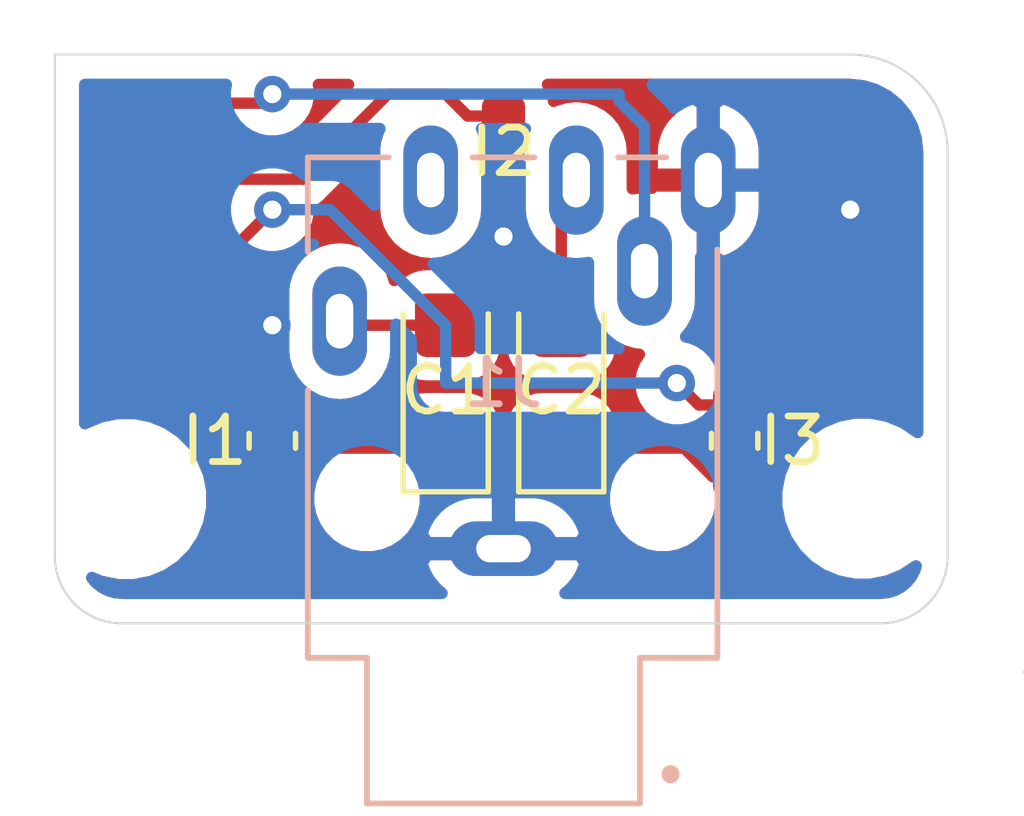
<source format=kicad_pcb>
(kicad_pcb (version 20171130) (host pcbnew "(5.1.10)-1")

  (general
    (thickness 1.6)
    (drawings 10)
    (tracks 38)
    (zones 0)
    (modules 12)
    (nets 3)
  )

  (page A4)
  (layers
    (0 F.Cu signal)
    (31 B.Cu signal)
    (32 B.Adhes user)
    (33 F.Adhes user)
    (34 B.Paste user)
    (35 F.Paste user)
    (36 B.SilkS user)
    (37 F.SilkS user)
    (38 B.Mask user)
    (39 F.Mask user)
    (40 Dwgs.User user)
    (41 Cmts.User user)
    (42 Eco1.User user)
    (43 Eco2.User user)
    (44 Edge.Cuts user)
    (45 Margin user)
    (46 B.CrtYd user)
    (47 F.CrtYd user)
    (48 B.Fab user hide)
    (49 F.Fab user hide)
  )

  (setup
    (last_trace_width 0.25)
    (trace_clearance 0.2)
    (zone_clearance 0.508)
    (zone_45_only no)
    (trace_min 0.2)
    (via_size 0.8)
    (via_drill 0.4)
    (via_min_size 0.4)
    (via_min_drill 0.3)
    (uvia_size 0.3)
    (uvia_drill 0.1)
    (uvias_allowed no)
    (uvia_min_size 0.2)
    (uvia_min_drill 0.1)
    (edge_width 0.05)
    (segment_width 0.2)
    (pcb_text_width 0.3)
    (pcb_text_size 1.5 1.5)
    (mod_edge_width 0.12)
    (mod_text_size 1 1)
    (mod_text_width 0.15)
    (pad_size 1 2)
    (pad_drill 0)
    (pad_to_mask_clearance 0.05)
    (aux_axis_origin 0 0)
    (grid_origin 104.14 52.07)
    (visible_elements 7FFFFFFF)
    (pcbplotparams
      (layerselection 0x3fff3_ffffffff)
      (usegerberextensions false)
      (usegerberattributes true)
      (usegerberadvancedattributes true)
      (creategerberjobfile true)
      (excludeedgelayer true)
      (linewidth 0.100000)
      (plotframeref false)
      (viasonmask false)
      (mode 1)
      (useauxorigin false)
      (hpglpennumber 1)
      (hpglpenspeed 20)
      (hpglpendiameter 15.000000)
      (psnegative false)
      (psa4output false)
      (plotreference true)
      (plotvalue true)
      (plotinvisibletext false)
      (padsonsilk false)
      (subtractmaskfromsilk false)
      (outputformat 1)
      (mirror false)
      (drillshape 0)
      (scaleselection 1)
      (outputdirectory "gerber_DMG_Audio/"))
  )

  (net 0 "")
  (net 1 /GND)
  (net 2 /PWR)

  (net_class Default "This is the default net class."
    (clearance 0.2)
    (trace_width 0.25)
    (via_dia 0.8)
    (via_drill 0.4)
    (uvia_dia 0.3)
    (uvia_drill 0.1)
    (add_net /GND)
    (add_net /PWR)
  )

  (net_class GND ""
    (clearance 0.2)
    (trace_width 0.25)
    (via_dia 0.8)
    (via_drill 0.4)
    (uvia_dia 0.3)
    (uvia_drill 0.1)
  )

  (module Connector_Wire:SolderWirePad_1x01_SMD_1x2mm (layer F.Cu) (tedit 60F5DB02) (tstamp 60F639DA)
    (at 110.49 57.15 90)
    (descr "Wire Pad, Square, SMD Pad,  5mm x 10mm,")
    (tags "MesurementPoint Square SMDPad 5mmx10mm ")
    (attr virtual)
    (fp_text reference REF** (at 0 -2.54 90) (layer F.SilkS) hide
      (effects (font (size 1 1) (thickness 0.15)))
    )
    (fp_text value SolderWirePad_1x01_SMD_1x2mm (at 0 2.54 90) (layer F.Fab)
      (effects (font (size 1 1) (thickness 0.15)))
    )
    (fp_line (start 0.63 -1.27) (end -0.63 -1.27) (layer F.CrtYd) (width 0.05))
    (fp_line (start 0.63 1.27) (end 0.63 -1.27) (layer F.CrtYd) (width 0.05))
    (fp_line (start -0.63 1.27) (end 0.63 1.27) (layer F.CrtYd) (width 0.05))
    (fp_line (start -0.63 -1.27) (end -0.63 1.27) (layer F.CrtYd) (width 0.05))
    (fp_line (start -0.63 -1.27) (end 0.63 -1.27) (layer F.Fab) (width 0.1))
    (fp_line (start 0.63 -1.27) (end 0.63 1.27) (layer F.Fab) (width 0.1))
    (fp_line (start 0.63 1.27) (end -0.63 1.27) (layer F.Fab) (width 0.1))
    (fp_line (start -0.63 1.27) (end -0.63 -1.27) (layer F.Fab) (width 0.1))
    (fp_text user %R (at 0 0 90) (layer F.Fab)
      (effects (font (size 1 1) (thickness 0.15)))
    )
    (pad 4 smd roundrect (at 0 0 90) (size 1 2) (layers F.Cu F.Paste F.Mask) (roundrect_rratio 0.25))
  )

  (module Connector_Wire:SolderWirePad_1x01_SMD_1x2mm (layer F.Cu) (tedit 60F5DAFC) (tstamp 60F63998)
    (at 110.49 55.5 90)
    (descr "Wire Pad, Square, SMD Pad,  5mm x 10mm,")
    (tags "MesurementPoint Square SMDPad 5mmx10mm ")
    (attr virtual)
    (fp_text reference REF** (at 0 -2.54 90) (layer F.SilkS) hide
      (effects (font (size 1 1) (thickness 0.15)))
    )
    (fp_text value SolderWirePad_1x01_SMD_1x2mm (at 0 2.54 90) (layer F.Fab)
      (effects (font (size 1 1) (thickness 0.15)))
    )
    (fp_line (start 0.63 -1.27) (end -0.63 -1.27) (layer F.CrtYd) (width 0.05))
    (fp_line (start 0.63 1.27) (end 0.63 -1.27) (layer F.CrtYd) (width 0.05))
    (fp_line (start -0.63 1.27) (end 0.63 1.27) (layer F.CrtYd) (width 0.05))
    (fp_line (start -0.63 -1.27) (end -0.63 1.27) (layer F.CrtYd) (width 0.05))
    (fp_line (start -0.63 -1.27) (end 0.63 -1.27) (layer F.Fab) (width 0.1))
    (fp_line (start 0.63 -1.27) (end 0.63 1.27) (layer F.Fab) (width 0.1))
    (fp_line (start 0.63 1.27) (end -0.63 1.27) (layer F.Fab) (width 0.1))
    (fp_line (start -0.63 1.27) (end -0.63 -1.27) (layer F.Fab) (width 0.1))
    (fp_text user %R (at 0 0 90) (layer F.Fab)
      (effects (font (size 1 1) (thickness 0.15)))
    )
    (pad 3 smd roundrect (at 0 0 90) (size 1 2) (layers F.Cu F.Paste F.Mask) (roundrect_rratio 0.25))
  )

  (module Connector_Wire:SolderWirePad_1x01_SMD_1x2mm (layer F.Cu) (tedit 60F5DAED) (tstamp 60F63956)
    (at 110.49 52.27 270)
    (descr "Wire Pad, Square, SMD Pad,  5mm x 10mm,")
    (tags "MesurementPoint Square SMDPad 5mmx10mm ")
    (attr virtual)
    (fp_text reference REF** (at 0 -2.54 90) (layer F.SilkS) hide
      (effects (font (size 1 1) (thickness 0.15)))
    )
    (fp_text value SolderWirePad_1x01_SMD_1x2mm (at 0 2.54 90) (layer F.Fab)
      (effects (font (size 1 1) (thickness 0.15)))
    )
    (fp_line (start 0.63 -1.27) (end -0.63 -1.27) (layer F.CrtYd) (width 0.05))
    (fp_line (start 0.63 1.27) (end 0.63 -1.27) (layer F.CrtYd) (width 0.05))
    (fp_line (start -0.63 1.27) (end 0.63 1.27) (layer F.CrtYd) (width 0.05))
    (fp_line (start -0.63 -1.27) (end -0.63 1.27) (layer F.CrtYd) (width 0.05))
    (fp_line (start -0.63 -1.27) (end 0.63 -1.27) (layer F.Fab) (width 0.1))
    (fp_line (start 0.63 -1.27) (end 0.63 1.27) (layer F.Fab) (width 0.1))
    (fp_line (start 0.63 1.27) (end -0.63 1.27) (layer F.Fab) (width 0.1))
    (fp_line (start -0.63 1.27) (end -0.63 -1.27) (layer F.Fab) (width 0.1))
    (fp_text user %R (at 0 0 90) (layer F.Fab)
      (effects (font (size 1 1) (thickness 0.15)))
    )
    (pad 1 smd roundrect (at 0 0 270) (size 1 2) (layers F.Cu F.Paste F.Mask) (roundrect_rratio 0.25)
      (net 2 /PWR))
  )

  (module Connector_Wire:SolderWirePad_1x01_SMD_1x2mm (layer F.Cu) (tedit 60F5DAF6) (tstamp 60F63914)
    (at 110.49 53.94 90)
    (descr "Wire Pad, Square, SMD Pad,  5mm x 10mm,")
    (tags "MesurementPoint Square SMDPad 5mmx10mm ")
    (attr virtual)
    (fp_text reference REF** (at 0 -2.54 90) (layer F.SilkS) hide
      (effects (font (size 1 1) (thickness 0.15)))
    )
    (fp_text value SolderWirePad_1x01_SMD_1x2mm (at 0 2.54 90) (layer F.Fab)
      (effects (font (size 1 1) (thickness 0.15)))
    )
    (fp_line (start 0.63 -1.27) (end -0.63 -1.27) (layer F.CrtYd) (width 0.05))
    (fp_line (start 0.63 1.27) (end 0.63 -1.27) (layer F.CrtYd) (width 0.05))
    (fp_line (start -0.63 1.27) (end 0.63 1.27) (layer F.CrtYd) (width 0.05))
    (fp_line (start -0.63 -1.27) (end -0.63 1.27) (layer F.CrtYd) (width 0.05))
    (fp_line (start -0.63 -1.27) (end 0.63 -1.27) (layer F.Fab) (width 0.1))
    (fp_line (start 0.63 -1.27) (end 0.63 1.27) (layer F.Fab) (width 0.1))
    (fp_line (start 0.63 1.27) (end -0.63 1.27) (layer F.Fab) (width 0.1))
    (fp_line (start -0.63 1.27) (end -0.63 -1.27) (layer F.Fab) (width 0.1))
    (fp_text user %R (at 0 0 90) (layer F.Fab)
      (effects (font (size 1 1) (thickness 0.15)))
    )
    (pad 2 smd roundrect (at 0 0 90) (size 1 2) (layers F.Cu F.Paste F.Mask) (roundrect_rratio 0.25))
  )

  (module ASJ-99H-R-HT-T_R:R (layer B.Cu) (tedit 60F5C18A) (tstamp 60F694F4)
    (at 118.11 60.96 90)
    (fp_text reference J1 (at 2.54 0 180) (layer B.SilkS)
      (effects (font (size 1 1) (thickness 0.15)) (justify mirror))
    )
    (fp_text value ADAM_TECH_ASJ-99H-R-HT-T/R (at 13.01 -5.915 90) (layer B.Fab)
      (effects (font (size 1 1) (thickness 0.15)) (justify mirror))
    )
    (fp_line (start 7.5 3.575) (end 7.5 2.52) (layer B.SilkS) (width 0.127))
    (fp_line (start 7.5 -4.3) (end 7.5 -2.52) (layer B.SilkS) (width 0.127))
    (fp_line (start 5.42 -4.3) (end 7.5 -4.3) (layer B.SilkS) (width 0.127))
    (fp_line (start 8.45 5.35) (end -3.75 5.35) (layer B.CrtYd) (width 0.05))
    (fp_line (start 8.45 -4.55) (end 8.45 5.35) (layer B.CrtYd) (width 0.05))
    (fp_line (start -3.75 -4.55) (end 8.45 -4.55) (layer B.CrtYd) (width 0.05))
    (fp_line (start -3.75 -3.25) (end -3.75 -4.55) (layer B.CrtYd) (width 0.05))
    (fp_line (start -6.95 -3.25) (end -3.75 -3.25) (layer B.CrtYd) (width 0.05))
    (fp_line (start -6.95 3.25) (end -6.95 -3.25) (layer B.CrtYd) (width 0.05))
    (fp_line (start -3.75 3.25) (end -6.95 3.25) (layer B.CrtYd) (width 0.05))
    (fp_line (start -3.75 5.35) (end -3.75 3.25) (layer B.CrtYd) (width 0.05))
    (fp_line (start -6.7 3) (end -3.5 3) (layer B.Fab) (width 0.127))
    (fp_line (start -6.7 -3) (end -6.7 3) (layer B.SilkS) (width 0.127))
    (fp_line (start -3.5 -3) (end -6.7 -3) (layer B.SilkS) (width 0.127))
    (fp_line (start -3.5 -4.3) (end -3.5 -3) (layer B.SilkS) (width 0.127))
    (fp_line (start 2.38 -4.3) (end -3.5 -4.3) (layer B.SilkS) (width 0.127))
    (fp_line (start 7.5 0.68) (end 7.5 -0.68) (layer B.SilkS) (width 0.127))
    (fp_line (start -3.5 4.7) (end 5.475 4.7) (layer B.SilkS) (width 0.127))
    (fp_line (start -3.5 3) (end -3.5 4.7) (layer B.SilkS) (width 0.127))
    (fp_line (start -6.7 3) (end -3.5 3) (layer B.SilkS) (width 0.127))
    (fp_line (start -6.7 -3) (end -3.5 -3) (layer B.Fab) (width 0.127))
    (fp_line (start -6.7 3) (end -6.7 -3) (layer B.Fab) (width 0.127))
    (fp_circle (center -6.0574 3.6698) (end -5.9574 3.6698) (layer B.Fab) (width 0.2))
    (fp_circle (center -6.0574 3.6698) (end -5.9574 3.6698) (layer B.SilkS) (width 0.2))
    (fp_line (start 7.5 -4.3) (end -3.5 -4.3) (layer B.Fab) (width 0.127))
    (fp_line (start -3.5 -3) (end -3.5 -4.3) (layer B.Fab) (width 0.127))
    (fp_line (start -3.5 -2.25) (end -3.5 -3) (layer B.Fab) (width 0.127))
    (fp_line (start -2.9 -2.25) (end -3.5 -2.25) (layer B.Fab) (width 0.127))
    (fp_line (start -2.9 2.25) (end -2.9 -2.25) (layer B.Fab) (width 0.127))
    (fp_line (start -3.5 2.25) (end -2.9 2.25) (layer B.Fab) (width 0.127))
    (fp_line (start -3.5 3) (end -3.5 2.25) (layer B.Fab) (width 0.127))
    (fp_line (start -3.5 4.7) (end -3.5 3) (layer B.Fab) (width 0.127))
    (fp_line (start 7.5 4.7) (end 7.5 -4.3) (layer B.Fab) (width 0.127))
    (fp_line (start -3.5 4.7) (end 7.5 4.7) (layer B.Fab) (width 0.127))
    (pad 5 thru_hole oval (at 7 4.5 90) (size 2.4 1.2) (drill oval 1.2 0.6) (layers *.Cu *.Mask)
      (net 1 /GND))
    (pad 4 thru_hole oval (at 5 3.1 90) (size 2.4 1.2) (drill oval 1.2 0.6) (layers *.Cu *.Mask)
      (net 2 /PWR))
    (pad 3 thru_hole oval (at 7 1.6 90) (size 2.4 1.2) (drill oval 1.2 0.6) (layers *.Cu *.Mask))
    (pad 6 thru_hole oval (at 7 -1.6 90) (size 2.4 1.2) (drill oval 1.2 0.6) (layers *.Cu *.Mask))
    (pad 2 thru_hole oval (at 3.9 -3.6 90) (size 2.4 1.2) (drill oval 1.2 0.6) (layers *.Cu *.Mask))
    (pad None np_thru_hole circle (at 0 -3 90) (size 1.3 1.3) (drill 1.3) (layers *.Cu *.Mask))
    (pad None np_thru_hole circle (at 0 3.5 90) (size 1.3 1.3) (drill 1.3) (layers *.Cu *.Mask))
    (pad 1 thru_hole oval (at -1.1 0 90) (size 1.2 2.4) (drill oval 0.6 1.2) (layers *.Cu *.Mask)
      (net 1 /GND))
  )

  (module Inductor_SMD:L_0603_1608Metric (layer F.Cu) (tedit 5B301BBE) (tstamp 5F648A4B)
    (at 118.11 53.34 270)
    (descr "Inductor SMD 0603 (1608 Metric), square (rectangular) end terminal, IPC_7351 nominal, (Body size source: http://www.tortai-tech.com/upload/download/2011102023233369053.pdf), generated with kicad-footprint-generator")
    (tags inductor)
    (attr smd)
    (fp_text reference I2 (at 0 0) (layer F.SilkS)
      (effects (font (size 1 1) (thickness 0.15)))
    )
    (fp_text value L_0603_1608Metric (at 0 1.43 90) (layer F.Fab)
      (effects (font (size 1 1) (thickness 0.15)))
    )
    (fp_line (start -0.8 0.4) (end -0.8 -0.4) (layer F.Fab) (width 0.1))
    (fp_line (start -0.8 -0.4) (end 0.8 -0.4) (layer F.Fab) (width 0.1))
    (fp_line (start 0.8 -0.4) (end 0.8 0.4) (layer F.Fab) (width 0.1))
    (fp_line (start 0.8 0.4) (end -0.8 0.4) (layer F.Fab) (width 0.1))
    (fp_line (start -0.162779 -0.51) (end 0.162779 -0.51) (layer F.SilkS) (width 0.12))
    (fp_line (start -0.162779 0.51) (end 0.162779 0.51) (layer F.SilkS) (width 0.12))
    (fp_line (start -1.48 0.73) (end -1.48 -0.73) (layer F.CrtYd) (width 0.05))
    (fp_line (start -1.48 -0.73) (end 1.48 -0.73) (layer F.CrtYd) (width 0.05))
    (fp_line (start 1.48 -0.73) (end 1.48 0.73) (layer F.CrtYd) (width 0.05))
    (fp_line (start 1.48 0.73) (end -1.48 0.73) (layer F.CrtYd) (width 0.05))
    (fp_text user %R (at 0 0 90) (layer F.Fab)
      (effects (font (size 0.4 0.4) (thickness 0.06)))
    )
    (pad 1 smd roundrect (at -0.7875 0 270) (size 0.875 0.95) (layers F.Cu F.Paste F.Mask) (roundrect_rratio 0.25))
    (pad 2 smd roundrect (at 0.7875 0 270) (size 0.875 0.95) (layers F.Cu F.Paste F.Mask) (roundrect_rratio 0.25)
      (net 1 /GND))
    (model ${KISYS3DMOD}/Inductor_SMD.3dshapes/L_0603_1608Metric.wrl
      (at (xyz 0 0 0))
      (scale (xyz 1 1 1))
      (rotate (xyz 0 0 0))
    )
  )

  (module MountingHole:MountingHole_2.5mm (layer F.Cu) (tedit 56D1B4CB) (tstamp 5F650AA0)
    (at 126 60.96)
    (descr "Mounting Hole 2.5mm, no annular")
    (tags "mounting hole 2.5mm no annular")
    (attr virtual)
    (fp_text reference M2 (at 2.54 2.54) (layer F.SilkS) hide
      (effects (font (size 1 1) (thickness 0.15)))
    )
    (fp_text value MountingHole_2.5mm (at 0 3.5) (layer F.Fab)
      (effects (font (size 1 1) (thickness 0.15)))
    )
    (fp_circle (center 0 0) (end 2.5 0) (layer Cmts.User) (width 0.15))
    (fp_circle (center 0 0) (end 2.75 0) (layer F.CrtYd) (width 0.05))
    (fp_text user %R (at 0.3 0) (layer F.Fab)
      (effects (font (size 1 1) (thickness 0.15)))
    )
    (pad 1 np_thru_hole circle (at 0 0) (size 2.5 2.5) (drill 2.5) (layers *.Cu *.Mask))
  )

  (module Capacitor_Tantalum_SMD:CP_EIA-3216-10_Kemet-I (layer F.Cu) (tedit 5B301BBE) (tstamp 5F6503BA)
    (at 119.38 58.5 90)
    (descr "Tantalum Capacitor SMD Kemet-I (3216-10 Metric), IPC_7351 nominal, (Body size from: http://www.kemet.com/Lists/ProductCatalog/Attachments/253/KEM_TC101_STD.pdf), generated with kicad-footprint-generator")
    (tags "capacitor tantalum")
    (attr smd)
    (fp_text reference C2 (at -0.08 0) (layer F.SilkS)
      (effects (font (size 1 1) (thickness 0.15)))
    )
    (fp_text value CP_EIA-3216-10_Kemet-I (at 0 1.75 90) (layer F.Fab)
      (effects (font (size 1 1) (thickness 0.15)))
    )
    (fp_line (start 1.6 -0.8) (end -1.2 -0.8) (layer F.Fab) (width 0.1))
    (fp_line (start -1.2 -0.8) (end -1.6 -0.4) (layer F.Fab) (width 0.1))
    (fp_line (start -1.6 -0.4) (end -1.6 0.8) (layer F.Fab) (width 0.1))
    (fp_line (start -1.6 0.8) (end 1.6 0.8) (layer F.Fab) (width 0.1))
    (fp_line (start 1.6 0.8) (end 1.6 -0.8) (layer F.Fab) (width 0.1))
    (fp_line (start 1.6 -0.935) (end -2.31 -0.935) (layer F.SilkS) (width 0.12))
    (fp_line (start -2.31 -0.935) (end -2.31 0.935) (layer F.SilkS) (width 0.12))
    (fp_line (start -2.31 0.935) (end 1.6 0.935) (layer F.SilkS) (width 0.12))
    (fp_line (start -2.3 1.05) (end -2.3 -1.05) (layer F.CrtYd) (width 0.05))
    (fp_line (start -2.3 -1.05) (end 2.3 -1.05) (layer F.CrtYd) (width 0.05))
    (fp_line (start 2.3 -1.05) (end 2.3 1.05) (layer F.CrtYd) (width 0.05))
    (fp_line (start 2.3 1.05) (end -2.3 1.05) (layer F.CrtYd) (width 0.05))
    (fp_text user %R (at 0 0 90) (layer F.Fab)
      (effects (font (size 0.8 0.8) (thickness 0.12)))
    )
    (pad 1 smd roundrect (at -1.35 0 90) (size 1.4 1.35) (layers F.Cu F.Paste F.Mask) (roundrect_rratio 0.185185))
    (pad 2 smd roundrect (at 1.35 0 90) (size 1.4 1.35) (layers F.Cu F.Paste F.Mask) (roundrect_rratio 0.185185))
    (model ${KISYS3DMOD}/Capacitor_Tantalum_SMD.3dshapes/CP_EIA-3216-10_Kemet-I.wrl
      (at (xyz 0 0 0))
      (scale (xyz 1 1 1))
      (rotate (xyz 0 0 0))
    )
  )

  (module Capacitor_Tantalum_SMD:CP_EIA-3216-10_Kemet-I (layer F.Cu) (tedit 5B301BBE) (tstamp 5F650236)
    (at 116.84 58.5 90)
    (descr "Tantalum Capacitor SMD Kemet-I (3216-10 Metric), IPC_7351 nominal, (Body size from: http://www.kemet.com/Lists/ProductCatalog/Attachments/253/KEM_TC101_STD.pdf), generated with kicad-footprint-generator")
    (tags "capacitor tantalum")
    (attr smd)
    (fp_text reference C1 (at -0.08 0) (layer F.SilkS)
      (effects (font (size 1 1) (thickness 0.15)))
    )
    (fp_text value CP_EIA-3216-10_Kemet-I (at 0 6.35 90) (layer F.Fab)
      (effects (font (size 1 1) (thickness 0.15)))
    )
    (fp_line (start 1.6 -0.8) (end -1.2 -0.8) (layer F.Fab) (width 0.1))
    (fp_line (start -1.2 -0.8) (end -1.6 -0.4) (layer F.Fab) (width 0.1))
    (fp_line (start -1.6 -0.4) (end -1.6 0.8) (layer F.Fab) (width 0.1))
    (fp_line (start -1.6 0.8) (end 1.6 0.8) (layer F.Fab) (width 0.1))
    (fp_line (start 1.6 0.8) (end 1.6 -0.8) (layer F.Fab) (width 0.1))
    (fp_line (start 1.6 -0.935) (end -2.31 -0.935) (layer F.SilkS) (width 0.12))
    (fp_line (start -2.31 -0.935) (end -2.31 0.935) (layer F.SilkS) (width 0.12))
    (fp_line (start -2.31 0.935) (end 1.6 0.935) (layer F.SilkS) (width 0.12))
    (fp_line (start -2.3 1.05) (end -2.3 -1.05) (layer F.CrtYd) (width 0.05))
    (fp_line (start -2.3 -1.05) (end 2.3 -1.05) (layer F.CrtYd) (width 0.05))
    (fp_line (start 2.3 -1.05) (end 2.3 1.05) (layer F.CrtYd) (width 0.05))
    (fp_line (start 2.3 1.05) (end -2.3 1.05) (layer F.CrtYd) (width 0.05))
    (fp_text user %R (at 0 0 90) (layer F.Fab)
      (effects (font (size 0.8 0.8) (thickness 0.12)))
    )
    (pad 2 smd roundrect (at 1.35 0 90) (size 1.4 1.35) (layers F.Cu F.Paste F.Mask) (roundrect_rratio 0.185185))
    (pad 1 smd roundrect (at -1.35 0 90) (size 1.4 1.35) (layers F.Cu F.Paste F.Mask) (roundrect_rratio 0.185185))
    (model ${KISYS3DMOD}/Capacitor_Tantalum_SMD.3dshapes/CP_EIA-3216-10_Kemet-I.wrl
      (at (xyz 0 0 0))
      (scale (xyz 1 1 1))
      (rotate (xyz 0 0 0))
    )
  )

  (module MountingHole:MountingHole_2.5mm (layer F.Cu) (tedit 56D1B4CB) (tstamp 5F650A7C)
    (at 109.82 60.97)
    (descr "Mounting Hole 2.5mm, no annular")
    (tags "mounting hole 2.5mm no annular")
    (attr virtual)
    (fp_text reference M1 (at -2.54 2.54) (layer F.SilkS) hide
      (effects (font (size 1 1) (thickness 0.15)))
    )
    (fp_text value MountingHole_2.5mm (at 0 3.5) (layer F.Fab)
      (effects (font (size 1 1) (thickness 0.15)))
    )
    (fp_circle (center 0 0) (end 2.5 0) (layer Cmts.User) (width 0.15))
    (fp_circle (center 0 0) (end 2.75 0) (layer F.CrtYd) (width 0.05))
    (fp_text user %R (at 0.3 0) (layer F.Fab)
      (effects (font (size 1 1) (thickness 0.15)))
    )
    (pad 1 np_thru_hole circle (at 0 0) (size 2.5 2.5) (drill 2.5) (layers *.Cu *.Mask))
  )

  (module Inductor_SMD:L_0603_1608Metric (layer F.Cu) (tedit 5B301BBE) (tstamp 5F64E89F)
    (at 123.19 59.69 90)
    (descr "Inductor SMD 0603 (1608 Metric), square (rectangular) end terminal, IPC_7351 nominal, (Body size source: http://www.tortai-tech.com/upload/download/2011102023233369053.pdf), generated with kicad-footprint-generator")
    (tags inductor)
    (attr smd)
    (fp_text reference I3 (at 0 1.27 180) (layer F.SilkS)
      (effects (font (size 1 1) (thickness 0.15)))
    )
    (fp_text value L_0603_1608Metric (at 0 1.43 270) (layer F.Fab)
      (effects (font (size 1 1) (thickness 0.15)))
    )
    (fp_line (start 1.48 0.73) (end -1.48 0.73) (layer F.CrtYd) (width 0.05))
    (fp_line (start 1.48 -0.73) (end 1.48 0.73) (layer F.CrtYd) (width 0.05))
    (fp_line (start -1.48 -0.73) (end 1.48 -0.73) (layer F.CrtYd) (width 0.05))
    (fp_line (start -1.48 0.73) (end -1.48 -0.73) (layer F.CrtYd) (width 0.05))
    (fp_line (start -0.162779 0.51) (end 0.162779 0.51) (layer F.SilkS) (width 0.12))
    (fp_line (start -0.162779 -0.51) (end 0.162779 -0.51) (layer F.SilkS) (width 0.12))
    (fp_line (start 0.8 0.4) (end -0.8 0.4) (layer F.Fab) (width 0.1))
    (fp_line (start 0.8 -0.4) (end 0.8 0.4) (layer F.Fab) (width 0.1))
    (fp_line (start -0.8 -0.4) (end 0.8 -0.4) (layer F.Fab) (width 0.1))
    (fp_line (start -0.8 0.4) (end -0.8 -0.4) (layer F.Fab) (width 0.1))
    (fp_text user %R (at 0 0 270) (layer F.Fab)
      (effects (font (size 0.4 0.4) (thickness 0.06)))
    )
    (pad 1 smd roundrect (at -0.7875 0 90) (size 0.875 0.95) (layers F.Cu F.Paste F.Mask) (roundrect_rratio 0.25))
    (pad 2 smd roundrect (at 0.7875 0 90) (size 0.875 0.95) (layers F.Cu F.Paste F.Mask) (roundrect_rratio 0.25))
    (model ${KISYS3DMOD}/Inductor_SMD.3dshapes/L_0603_1608Metric.wrl
      (at (xyz 0 0 0))
      (scale (xyz 1 1 1))
      (rotate (xyz 0 0 0))
    )
  )

  (module Inductor_SMD:L_0603_1608Metric (layer F.Cu) (tedit 5B301BBE) (tstamp 5F6489FA)
    (at 113.03 59.69 270)
    (descr "Inductor SMD 0603 (1608 Metric), square (rectangular) end terminal, IPC_7351 nominal, (Body size source: http://www.tortai-tech.com/upload/download/2011102023233369053.pdf), generated with kicad-footprint-generator")
    (tags inductor)
    (attr smd)
    (fp_text reference I1 (at 0 1.27) (layer F.SilkS)
      (effects (font (size 1 1) (thickness 0.15)))
    )
    (fp_text value L_0603_1608Metric (at 0 1.43 90) (layer F.Fab)
      (effects (font (size 1 1) (thickness 0.15)))
    )
    (fp_line (start 1.48 0.73) (end -1.48 0.73) (layer F.CrtYd) (width 0.05))
    (fp_line (start 1.48 -0.73) (end 1.48 0.73) (layer F.CrtYd) (width 0.05))
    (fp_line (start -1.48 -0.73) (end 1.48 -0.73) (layer F.CrtYd) (width 0.05))
    (fp_line (start -1.48 0.73) (end -1.48 -0.73) (layer F.CrtYd) (width 0.05))
    (fp_line (start -0.162779 0.51) (end 0.162779 0.51) (layer F.SilkS) (width 0.12))
    (fp_line (start -0.162779 -0.51) (end 0.162779 -0.51) (layer F.SilkS) (width 0.12))
    (fp_line (start 0.8 0.4) (end -0.8 0.4) (layer F.Fab) (width 0.1))
    (fp_line (start 0.8 -0.4) (end 0.8 0.4) (layer F.Fab) (width 0.1))
    (fp_line (start -0.8 -0.4) (end 0.8 -0.4) (layer F.Fab) (width 0.1))
    (fp_line (start -0.8 0.4) (end -0.8 -0.4) (layer F.Fab) (width 0.1))
    (fp_text user %R (at 0 0 90) (layer F.Fab)
      (effects (font (size 0.4 0.4) (thickness 0.06)))
    )
    (pad 2 smd roundrect (at 0.7875 0 270) (size 0.875 0.95) (layers F.Cu F.Paste F.Mask) (roundrect_rratio 0.25))
    (pad 1 smd roundrect (at -0.7875 0 270) (size 0.875 0.95) (layers F.Cu F.Paste F.Mask) (roundrect_rratio 0.25))
    (model ${KISYS3DMOD}/Inductor_SMD.3dshapes/L_0603_1608Metric.wrl
      (at (xyz 0 0 0))
      (scale (xyz 1 1 1))
      (rotate (xyz 0 0 0))
    )
  )

  (gr_text "By Z Ali" (at 125.93 55.38 90) (layer F.Mask)
    (effects (font (size 0.7 0.7) (thickness 0.15) italic))
  )
  (gr_arc (start 125.73 53.34) (end 127.87 53.34) (angle -90) (layer Edge.Cuts) (width 0.05))
  (gr_arc (start 126.4 62.23) (end 126.4 63.7) (angle -90) (layer Edge.Cuts) (width 0.05) (tstamp 5F919856))
  (gr_arc (start 109.72 62.23) (end 109.72 63.7) (angle 90) (layer Edge.Cuts) (width 0.05))
  (gr_text "DMG Audio" (at 124.76 55.38 90) (layer F.Mask)
    (effects (font (size 0.7 0.7) (thickness 0.15)))
  )
  (gr_line (start 108.25 62.23) (end 108.25 51.2) (layer Edge.Cuts) (width 0.05) (tstamp 5F7508E0))
  (gr_line (start 126.4 63.7) (end 109.72 63.7) (layer Edge.Cuts) (width 0.05))
  (gr_line (start 127.87 53.34) (end 127.87 62.23) (layer Edge.Cuts) (width 0.05))
  (gr_line (start 108.25 51.2) (end 125.73 51.2) (layer Edge.Cuts) (width 0.05))
  (gr_line (start 129.54 64.77) (end 129.54 64.77) (layer Edge.Cuts) (width 0.05))

  (segment (start 113.03 60.4775) (end 113.5125 60.4775) (width 0.25) (layer F.Cu) (net 0))
  (segment (start 114.14 59.85) (end 116.84 59.85) (width 0.25) (layer F.Cu) (net 0))
  (segment (start 113.5125 60.4775) (end 114.14 59.85) (width 0.25) (layer F.Cu) (net 0))
  (segment (start 123.19 60.4775) (end 122.7075 60.4775) (width 0.25) (layer F.Cu) (net 0))
  (segment (start 122.08 59.85) (end 119.38 59.85) (width 0.25) (layer F.Cu) (net 0))
  (segment (start 122.7075 60.4775) (end 122.08 59.85) (width 0.25) (layer F.Cu) (net 0))
  (segment (start 114.6 57.15) (end 114.51 57.06) (width 0.25) (layer F.Cu) (net 0))
  (segment (start 116.84 57.15) (end 114.6 57.15) (width 0.25) (layer F.Cu) (net 0))
  (segment (start 119.38 54.29) (end 119.71 53.96) (width 0.25) (layer F.Cu) (net 0))
  (segment (start 119.38 57.15) (end 119.38 54.29) (width 0.25) (layer F.Cu) (net 0))
  (segment (start 112.2425 58.9025) (end 110.49 57.15) (width 0.25) (layer F.Cu) (net 0))
  (segment (start 113.03 58.9025) (end 112.2425 58.9025) (width 0.25) (layer F.Cu) (net 0))
  (segment (start 118.11 52.5525) (end 117.3225 52.5525) (width 0.25) (layer F.Cu) (net 0))
  (segment (start 117.3225 52.5525) (end 116.84 52.07) (width 0.25) (layer F.Cu) (net 0))
  (segment (start 116.84 52.07) (end 115.57 52.07) (width 0.25) (layer F.Cu) (net 0))
  (segment (start 113.7 53.94) (end 110.49 53.94) (width 0.25) (layer F.Cu) (net 0))
  (segment (start 115.57 52.07) (end 113.7 53.94) (width 0.25) (layer F.Cu) (net 0))
  (via (at 121.92 58.42) (size 0.8) (drill 0.4) (layers F.Cu B.Cu) (net 0))
  (segment (start 122.4025 58.9025) (end 121.92 58.42) (width 0.25) (layer F.Cu) (net 0))
  (segment (start 123.19 58.9025) (end 122.4025 58.9025) (width 0.25) (layer F.Cu) (net 0))
  (segment (start 121.92 58.42) (end 116.84 58.42) (width 0.25) (layer B.Cu) (net 0))
  (segment (start 116.84 58.42) (end 116.84 57.15) (width 0.25) (layer B.Cu) (net 0))
  (via (at 113.03 54.61) (size 0.8) (drill 0.4) (layers F.Cu B.Cu) (net 0))
  (segment (start 114.3 54.61) (end 113.03 54.61) (width 0.25) (layer B.Cu) (net 0))
  (segment (start 116.84 57.15) (end 114.3 54.61) (width 0.25) (layer B.Cu) (net 0))
  (segment (start 113.03 54.61) (end 111.76 55.88) (width 0.25) (layer F.Cu) (net 0))
  (segment (start 111.38 55.5) (end 110.49 55.5) (width 0.25) (layer F.Cu) (net 0))
  (segment (start 111.76 55.88) (end 111.38 55.5) (width 0.25) (layer F.Cu) (net 0))
  (via (at 118.11 55.2) (size 0.8) (drill 0.4) (layers F.Cu B.Cu) (net 1))
  (via (at 125.73 54.61) (size 0.8) (drill 0.4) (layers F.Cu B.Cu) (net 1))
  (via (at 113.03 57.15) (size 0.8) (drill 0.4) (layers F.Cu B.Cu) (net 1))
  (via (at 113.03 52.07) (size 0.8) (drill 0.4) (layers F.Cu B.Cu) (net 2))
  (segment (start 112.83 52.27) (end 113.03 52.07) (width 0.25) (layer F.Cu) (net 2))
  (segment (start 110.49 52.27) (end 112.83 52.27) (width 0.25) (layer F.Cu) (net 2))
  (segment (start 113.03 52.07) (end 120.65 52.07) (width 0.25) (layer B.Cu) (net 2))
  (segment (start 121.21 55.96) (end 121.21 52.78) (width 0.25) (layer B.Cu) (net 2))
  (segment (start 120.65 52.22) (end 120.65 52.07) (width 0.25) (layer B.Cu) (net 2))
  (segment (start 121.21 52.78) (end 120.65 52.22) (width 0.25) (layer B.Cu) (net 2))

  (zone (net 1) (net_name /GND) (layer F.Cu) (tstamp 0) (hatch edge 0.508)
    (connect_pads (clearance 0.508))
    (min_thickness 0.254)
    (fill yes (arc_segments 32) (thermal_gap 0.508) (thermal_bridge_width 0.508))
    (polygon
      (pts
        (xy 128.27 64.77) (xy 107.95 64.77) (xy 107.95 50.8) (xy 128.27 50.8)
      )
    )
    (filled_polygon
      (pts
        (xy 108.919528 57.73985) (xy 109.001595 57.893386) (xy 109.112038 58.027962) (xy 109.246614 58.138405) (xy 109.40015 58.220472)
        (xy 109.566746 58.271008) (xy 109.74 58.288072) (xy 110.553271 58.288072) (xy 111.678701 59.413503) (xy 111.702499 59.442501)
        (xy 111.818224 59.537474) (xy 111.950253 59.608046) (xy 112.093514 59.651503) (xy 112.106916 59.652823) (xy 112.137426 59.69)
        (xy 112.061329 59.782725) (xy 111.98215 59.930858) (xy 111.933392 60.091592) (xy 111.916928 60.25875) (xy 111.916928 60.69625)
        (xy 111.933392 60.863408) (xy 111.98215 61.024142) (xy 112.061329 61.172275) (xy 112.167885 61.302115) (xy 112.297725 61.408671)
        (xy 112.445858 61.48785) (xy 112.606592 61.536608) (xy 112.77375 61.553072) (xy 113.28625 61.553072) (xy 113.453408 61.536608)
        (xy 113.614142 61.48785) (xy 113.762275 61.408671) (xy 113.871277 61.319216) (xy 113.874381 61.334821) (xy 113.971247 61.568676)
        (xy 114.111875 61.77914) (xy 114.29086 61.958125) (xy 114.501324 62.098753) (xy 114.735179 62.195619) (xy 114.983439 62.245)
        (xy 115.236561 62.245) (xy 115.484821 62.195619) (xy 115.718676 62.098753) (xy 115.92914 61.958125) (xy 116.108125 61.77914)
        (xy 116.248753 61.568676) (xy 116.345619 61.334821) (xy 116.375581 61.18419) (xy 116.414999 61.188072) (xy 116.634619 61.188072)
        (xy 116.546922 61.276526) (xy 116.412579 61.479467) (xy 116.320409 61.704718) (xy 116.316538 61.742391) (xy 116.441269 61.933)
        (xy 117.983 61.933) (xy 117.983 60.825) (xy 117.977461 60.825) (xy 118.003405 60.793387) (xy 118.085472 60.639851)
        (xy 118.11 60.558992) (xy 118.134528 60.639851) (xy 118.216595 60.793387) (xy 118.242539 60.825) (xy 118.237 60.825)
        (xy 118.237 61.933) (xy 119.778731 61.933) (xy 119.903462 61.742391) (xy 119.899591 61.704718) (xy 119.807421 61.479467)
        (xy 119.673078 61.276526) (xy 119.585381 61.188072) (xy 119.805001 61.188072) (xy 119.978255 61.171008) (xy 120.144851 61.120472)
        (xy 120.298387 61.038405) (xy 120.325 61.016564) (xy 120.325 61.086561) (xy 120.374381 61.334821) (xy 120.471247 61.568676)
        (xy 120.611875 61.77914) (xy 120.79086 61.958125) (xy 121.001324 62.098753) (xy 121.235179 62.195619) (xy 121.483439 62.245)
        (xy 121.736561 62.245) (xy 121.984821 62.195619) (xy 122.218676 62.098753) (xy 122.42914 61.958125) (xy 122.608125 61.77914)
        (xy 122.748753 61.568676) (xy 122.762545 61.53538) (xy 122.766592 61.536608) (xy 122.93375 61.553072) (xy 123.44625 61.553072)
        (xy 123.613408 61.536608) (xy 123.774142 61.48785) (xy 123.922275 61.408671) (xy 124.052115 61.302115) (xy 124.127782 61.209914)
        (xy 124.187439 61.509834) (xy 124.329534 61.852882) (xy 124.535825 62.161618) (xy 124.798382 62.424175) (xy 125.107118 62.630466)
        (xy 125.450166 62.772561) (xy 125.814344 62.845) (xy 126.185656 62.845) (xy 126.549834 62.772561) (xy 126.892882 62.630466)
        (xy 127.174736 62.442137) (xy 127.145956 62.537461) (xy 127.072031 62.676494) (xy 126.972506 62.798524) (xy 126.851179 62.898895)
        (xy 126.712659 62.973793) (xy 126.562238 63.020355) (xy 126.375328 63.04) (xy 119.466594 63.04) (xy 119.501725 63.016307)
        (xy 119.673078 62.843474) (xy 119.807421 62.640533) (xy 119.899591 62.415282) (xy 119.903462 62.377609) (xy 119.778731 62.187)
        (xy 118.237 62.187) (xy 118.237 62.207) (xy 117.983 62.207) (xy 117.983 62.187) (xy 116.441269 62.187)
        (xy 116.316538 62.377609) (xy 116.320409 62.415282) (xy 116.412579 62.640533) (xy 116.546922 62.843474) (xy 116.718275 63.016307)
        (xy 116.753406 63.04) (xy 109.752279 63.04) (xy 109.563285 63.021469) (xy 109.412539 62.975956) (xy 109.273506 62.902031)
        (xy 109.151476 62.802506) (xy 109.064501 62.697372) (xy 109.270166 62.782561) (xy 109.634344 62.855) (xy 110.005656 62.855)
        (xy 110.369834 62.782561) (xy 110.712882 62.640466) (xy 111.021618 62.434175) (xy 111.284175 62.171618) (xy 111.490466 61.862882)
        (xy 111.632561 61.519834) (xy 111.705 61.155656) (xy 111.705 60.784344) (xy 111.632561 60.420166) (xy 111.490466 60.077118)
        (xy 111.284175 59.768382) (xy 111.021618 59.505825) (xy 110.712882 59.299534) (xy 110.369834 59.157439) (xy 110.005656 59.085)
        (xy 109.634344 59.085) (xy 109.270166 59.157439) (xy 108.927118 59.299534) (xy 108.91 59.310972) (xy 108.91 57.70844)
      )
    )
    (filled_polygon
      (pts
        (xy 126.016853 51.891291) (xy 126.292775 51.974596) (xy 126.547271 52.109915) (xy 126.770628 52.292081) (xy 126.954352 52.514166)
        (xy 127.091439 52.767702) (xy 127.176672 53.043044) (xy 127.21 53.36014) (xy 127.210001 59.504208) (xy 127.201618 59.495825)
        (xy 126.892882 59.289534) (xy 126.549834 59.147439) (xy 126.185656 59.075) (xy 125.814344 59.075) (xy 125.450166 59.147439)
        (xy 125.107118 59.289534) (xy 124.798382 59.495825) (xy 124.535825 59.758382) (xy 124.329534 60.067118) (xy 124.292907 60.155544)
        (xy 124.286608 60.091592) (xy 124.23785 59.930858) (xy 124.158671 59.782725) (xy 124.082574 59.69) (xy 124.158671 59.597275)
        (xy 124.23785 59.449142) (xy 124.286608 59.288408) (xy 124.303072 59.12125) (xy 124.303072 58.68375) (xy 124.286608 58.516592)
        (xy 124.23785 58.355858) (xy 124.158671 58.207725) (xy 124.052115 58.077885) (xy 123.922275 57.971329) (xy 123.774142 57.89215)
        (xy 123.613408 57.843392) (xy 123.44625 57.826928) (xy 122.93375 57.826928) (xy 122.778709 57.842199) (xy 122.723937 57.760226)
        (xy 122.579774 57.616063) (xy 122.410256 57.502795) (xy 122.221898 57.424774) (xy 122.115342 57.403579) (xy 122.241833 57.249449)
        (xy 122.356511 57.034901) (xy 122.42713 56.802102) (xy 122.445 56.620665) (xy 122.445 55.653597) (xy 122.483 55.628731)
        (xy 122.483 54.087) (xy 122.737 54.087) (xy 122.737 55.628731) (xy 122.927609 55.753462) (xy 122.965282 55.749591)
        (xy 123.190533 55.657421) (xy 123.393474 55.523078) (xy 123.566307 55.351725) (xy 123.70239 55.149946) (xy 123.796493 54.925496)
        (xy 123.845 54.687) (xy 123.845 54.087) (xy 122.737 54.087) (xy 122.483 54.087) (xy 121.375 54.087)
        (xy 121.375 54.135276) (xy 121.21 54.119025) (xy 120.967898 54.14287) (xy 120.945 54.149816) (xy 120.945 53.299335)
        (xy 120.938467 53.233) (xy 121.375 53.233) (xy 121.375 53.833) (xy 122.483 53.833) (xy 122.483 52.291269)
        (xy 122.737 52.291269) (xy 122.737 53.833) (xy 123.845 53.833) (xy 123.845 53.233) (xy 123.796493 52.994504)
        (xy 123.70239 52.770054) (xy 123.566307 52.568275) (xy 123.393474 52.396922) (xy 123.190533 52.262579) (xy 122.965282 52.170409)
        (xy 122.927609 52.166538) (xy 122.737 52.291269) (xy 122.483 52.291269) (xy 122.292391 52.166538) (xy 122.254718 52.170409)
        (xy 122.029467 52.262579) (xy 121.826526 52.396922) (xy 121.653693 52.568275) (xy 121.51761 52.770054) (xy 121.423507 52.994504)
        (xy 121.375 53.233) (xy 120.938467 53.233) (xy 120.92713 53.117898) (xy 120.856511 52.885099) (xy 120.741833 52.670551)
        (xy 120.587502 52.482498) (xy 120.399448 52.328167) (xy 120.1849 52.213489) (xy 119.952101 52.14287) (xy 119.71 52.119025)
        (xy 119.467898 52.14287) (xy 119.235099 52.213489) (xy 119.212421 52.225611) (xy 119.206608 52.166592) (xy 119.15785 52.005858)
        (xy 119.079887 51.86) (xy 125.697721 51.86)
      )
    )
    (filled_polygon
      (pts
        (xy 115.275 54.620665) (xy 115.29287 54.802102) (xy 115.363489 55.034901) (xy 115.478168 55.249449) (xy 115.632499 55.437502)
        (xy 115.820552 55.591833) (xy 116.0351 55.706511) (xy 116.267899 55.77713) (xy 116.51 55.800975) (xy 116.752102 55.77713)
        (xy 116.984901 55.706511) (xy 117.199449 55.591833) (xy 117.387502 55.437502) (xy 117.541833 55.249449) (xy 117.570042 55.196674)
        (xy 117.635 55.203072) (xy 117.82425 55.2) (xy 117.983 55.04125) (xy 117.983 54.2545) (xy 117.963 54.2545)
        (xy 117.963 54.0005) (xy 117.983 54.0005) (xy 117.983 53.9805) (xy 118.237 53.9805) (xy 118.237 54.0005)
        (xy 118.257 54.0005) (xy 118.257 54.2545) (xy 118.237 54.2545) (xy 118.237 55.04125) (xy 118.39575 55.2)
        (xy 118.585 55.203072) (xy 118.620001 55.199625) (xy 118.62 55.878056) (xy 118.615149 55.879528) (xy 118.461613 55.961595)
        (xy 118.327038 56.072038) (xy 118.216595 56.206613) (xy 118.134528 56.360149) (xy 118.11 56.441008) (xy 118.085472 56.360149)
        (xy 118.003405 56.206613) (xy 117.892962 56.072038) (xy 117.758387 55.961595) (xy 117.604851 55.879528) (xy 117.438255 55.828992)
        (xy 117.265001 55.811928) (xy 116.414999 55.811928) (xy 116.241745 55.828992) (xy 116.075149 55.879528) (xy 115.921613 55.961595)
        (xy 115.787038 56.072038) (xy 115.710992 56.1647) (xy 115.656511 55.985099) (xy 115.541833 55.770551) (xy 115.387502 55.582498)
        (xy 115.199448 55.428167) (xy 114.9849 55.313489) (xy 114.752101 55.24287) (xy 114.51 55.219025) (xy 114.267898 55.24287)
        (xy 114.035099 55.313489) (xy 113.820551 55.428167) (xy 113.632498 55.582498) (xy 113.478167 55.770552) (xy 113.363489 55.9851)
        (xy 113.29287 56.217899) (xy 113.275 56.399336) (xy 113.275 57.720665) (xy 113.285466 57.826928) (xy 112.77375 57.826928)
        (xy 112.606592 57.843392) (xy 112.445858 57.89215) (xy 112.355337 57.940535) (xy 112.082392 57.66759) (xy 112.111008 57.573254)
        (xy 112.128072 57.4) (xy 112.128072 56.9) (xy 112.111008 56.726746) (xy 112.065953 56.578219) (xy 112.184276 56.514974)
        (xy 112.232826 56.475129) (xy 112.300001 56.420001) (xy 112.323802 56.390999) (xy 113.069802 55.645) (xy 113.131939 55.645)
        (xy 113.331898 55.605226) (xy 113.520256 55.527205) (xy 113.689774 55.413937) (xy 113.833937 55.269774) (xy 113.947205 55.100256)
        (xy 114.025226 54.911898) (xy 114.065 54.711939) (xy 114.065 54.606658) (xy 114.124276 54.574974) (xy 114.240001 54.480001)
        (xy 114.263804 54.450997) (xy 115.275 53.439802)
      )
    )
  )
  (zone (net 1) (net_name /GND) (layer B.Cu) (tstamp 0) (hatch edge 0.508)
    (connect_pads (clearance 0.508))
    (min_thickness 0.254)
    (fill yes (arc_segments 32) (thermal_gap 0.508) (thermal_bridge_width 0.508))
    (polygon
      (pts
        (xy 128.27 64.77) (xy 107.95 64.77) (xy 107.95 50.8) (xy 128.27 50.8)
      )
    )
    (filled_polygon
      (pts
        (xy 111.995 51.968061) (xy 111.995 52.171939) (xy 112.034774 52.371898) (xy 112.112795 52.560256) (xy 112.226063 52.729774)
        (xy 112.370226 52.873937) (xy 112.539744 52.987205) (xy 112.728102 53.065226) (xy 112.928061 53.105) (xy 113.131939 53.105)
        (xy 113.331898 53.065226) (xy 113.520256 52.987205) (xy 113.689774 52.873937) (xy 113.733711 52.83) (xy 115.39294 52.83)
        (xy 115.363489 52.8851) (xy 115.29287 53.117899) (xy 115.275 53.299336) (xy 115.275 54.510199) (xy 114.863804 54.099003)
        (xy 114.840001 54.069999) (xy 114.724276 53.975026) (xy 114.592247 53.904454) (xy 114.448986 53.860997) (xy 114.337333 53.85)
        (xy 114.337322 53.85) (xy 114.3 53.846324) (xy 114.262678 53.85) (xy 113.733711 53.85) (xy 113.689774 53.806063)
        (xy 113.520256 53.692795) (xy 113.331898 53.614774) (xy 113.131939 53.575) (xy 112.928061 53.575) (xy 112.728102 53.614774)
        (xy 112.539744 53.692795) (xy 112.370226 53.806063) (xy 112.226063 53.950226) (xy 112.112795 54.119744) (xy 112.034774 54.308102)
        (xy 111.995 54.508061) (xy 111.995 54.711939) (xy 112.034774 54.911898) (xy 112.112795 55.100256) (xy 112.226063 55.269774)
        (xy 112.370226 55.413937) (xy 112.539744 55.527205) (xy 112.728102 55.605226) (xy 112.928061 55.645) (xy 113.131939 55.645)
        (xy 113.331898 55.605226) (xy 113.520256 55.527205) (xy 113.689774 55.413937) (xy 113.733711 55.37) (xy 113.929374 55.37)
        (xy 113.820551 55.428167) (xy 113.632498 55.582498) (xy 113.478167 55.770552) (xy 113.363489 55.9851) (xy 113.29287 56.217899)
        (xy 113.275 56.399336) (xy 113.275 57.720665) (xy 113.29287 57.902102) (xy 113.363489 58.134901) (xy 113.478168 58.349449)
        (xy 113.632499 58.537502) (xy 113.820552 58.691833) (xy 114.0351 58.806511) (xy 114.267899 58.87713) (xy 114.51 58.900975)
        (xy 114.752102 58.87713) (xy 114.984901 58.806511) (xy 115.199449 58.691833) (xy 115.387502 58.537502) (xy 115.541833 58.349449)
        (xy 115.656511 58.134901) (xy 115.72713 57.902102) (xy 115.745 57.720665) (xy 115.745 57.129803) (xy 116.080001 57.464804)
        (xy 116.08 58.382667) (xy 116.076323 58.42) (xy 116.090997 58.568986) (xy 116.134454 58.712247) (xy 116.205026 58.844276)
        (xy 116.299999 58.960001) (xy 116.415724 59.054974) (xy 116.547753 59.125546) (xy 116.691014 59.169003) (xy 116.84 59.183677)
        (xy 116.877333 59.18) (xy 121.216289 59.18) (xy 121.260226 59.223937) (xy 121.429744 59.337205) (xy 121.618102 59.415226)
        (xy 121.818061 59.455) (xy 122.021939 59.455) (xy 122.221898 59.415226) (xy 122.410256 59.337205) (xy 122.579774 59.223937)
        (xy 122.723937 59.079774) (xy 122.837205 58.910256) (xy 122.915226 58.721898) (xy 122.955 58.521939) (xy 122.955 58.318061)
        (xy 122.915226 58.118102) (xy 122.837205 57.929744) (xy 122.723937 57.760226) (xy 122.579774 57.616063) (xy 122.410256 57.502795)
        (xy 122.221898 57.424774) (xy 122.115342 57.403579) (xy 122.241833 57.249449) (xy 122.356511 57.034901) (xy 122.42713 56.802102)
        (xy 122.445 56.620665) (xy 122.445 55.653597) (xy 122.483 55.628731) (xy 122.483 54.087) (xy 122.737 54.087)
        (xy 122.737 55.628731) (xy 122.927609 55.753462) (xy 122.965282 55.749591) (xy 123.190533 55.657421) (xy 123.393474 55.523078)
        (xy 123.566307 55.351725) (xy 123.70239 55.149946) (xy 123.796493 54.925496) (xy 123.845 54.687) (xy 123.845 54.087)
        (xy 122.737 54.087) (xy 122.483 54.087) (xy 122.463 54.087) (xy 122.463 53.833) (xy 122.483 53.833)
        (xy 122.483 52.291269) (xy 122.737 52.291269) (xy 122.737 53.833) (xy 123.845 53.833) (xy 123.845 53.233)
        (xy 123.796493 52.994504) (xy 123.70239 52.770054) (xy 123.566307 52.568275) (xy 123.393474 52.396922) (xy 123.190533 52.262579)
        (xy 122.965282 52.170409) (xy 122.927609 52.166538) (xy 122.737 52.291269) (xy 122.483 52.291269) (xy 122.292391 52.166538)
        (xy 122.254718 52.170409) (xy 122.029467 52.262579) (xy 121.856418 52.377134) (xy 121.844974 52.355724) (xy 121.750001 52.239999)
        (xy 121.721002 52.2162) (xy 121.387328 51.882527) (xy 121.380495 51.86) (xy 125.697721 51.86) (xy 126.016853 51.891291)
        (xy 126.292775 51.974596) (xy 126.547271 52.109915) (xy 126.770628 52.292081) (xy 126.954352 52.514166) (xy 127.091439 52.767702)
        (xy 127.176672 53.043044) (xy 127.21 53.36014) (xy 127.210001 59.504208) (xy 127.201618 59.495825) (xy 126.892882 59.289534)
        (xy 126.549834 59.147439) (xy 126.185656 59.075) (xy 125.814344 59.075) (xy 125.450166 59.147439) (xy 125.107118 59.289534)
        (xy 124.798382 59.495825) (xy 124.535825 59.758382) (xy 124.329534 60.067118) (xy 124.187439 60.410166) (xy 124.115 60.774344)
        (xy 124.115 61.145656) (xy 124.187439 61.509834) (xy 124.329534 61.852882) (xy 124.535825 62.161618) (xy 124.798382 62.424175)
        (xy 125.107118 62.630466) (xy 125.450166 62.772561) (xy 125.814344 62.845) (xy 126.185656 62.845) (xy 126.549834 62.772561)
        (xy 126.892882 62.630466) (xy 127.174736 62.442137) (xy 127.145956 62.537461) (xy 127.072031 62.676494) (xy 126.972506 62.798524)
        (xy 126.851179 62.898895) (xy 126.712659 62.973793) (xy 126.562238 63.020355) (xy 126.375328 63.04) (xy 119.466594 63.04)
        (xy 119.501725 63.016307) (xy 119.673078 62.843474) (xy 119.807421 62.640533) (xy 119.899591 62.415282) (xy 119.903462 62.377609)
        (xy 119.778731 62.187) (xy 118.237 62.187) (xy 118.237 62.207) (xy 117.983 62.207) (xy 117.983 62.187)
        (xy 116.441269 62.187) (xy 116.316538 62.377609) (xy 116.320409 62.415282) (xy 116.412579 62.640533) (xy 116.546922 62.843474)
        (xy 116.718275 63.016307) (xy 116.753406 63.04) (xy 109.752279 63.04) (xy 109.563285 63.021469) (xy 109.412539 62.975956)
        (xy 109.273506 62.902031) (xy 109.151476 62.802506) (xy 109.064501 62.697372) (xy 109.270166 62.782561) (xy 109.634344 62.855)
        (xy 110.005656 62.855) (xy 110.369834 62.782561) (xy 110.712882 62.640466) (xy 111.021618 62.434175) (xy 111.284175 62.171618)
        (xy 111.490466 61.862882) (xy 111.632561 61.519834) (xy 111.705 61.155656) (xy 111.705 60.833439) (xy 113.825 60.833439)
        (xy 113.825 61.086561) (xy 113.874381 61.334821) (xy 113.971247 61.568676) (xy 114.111875 61.77914) (xy 114.29086 61.958125)
        (xy 114.501324 62.098753) (xy 114.735179 62.195619) (xy 114.983439 62.245) (xy 115.236561 62.245) (xy 115.484821 62.195619)
        (xy 115.718676 62.098753) (xy 115.92914 61.958125) (xy 116.108125 61.77914) (xy 116.132679 61.742391) (xy 116.316538 61.742391)
        (xy 116.441269 61.933) (xy 117.983 61.933) (xy 117.983 60.825) (xy 118.237 60.825) (xy 118.237 61.933)
        (xy 119.778731 61.933) (xy 119.903462 61.742391) (xy 119.899591 61.704718) (xy 119.807421 61.479467) (xy 119.673078 61.276526)
        (xy 119.501725 61.103693) (xy 119.299946 60.96761) (xy 119.075496 60.873507) (xy 118.878493 60.833439) (xy 120.325 60.833439)
        (xy 120.325 61.086561) (xy 120.374381 61.334821) (xy 120.471247 61.568676) (xy 120.611875 61.77914) (xy 120.79086 61.958125)
        (xy 121.001324 62.098753) (xy 121.235179 62.195619) (xy 121.483439 62.245) (xy 121.736561 62.245) (xy 121.984821 62.195619)
        (xy 122.218676 62.098753) (xy 122.42914 61.958125) (xy 122.608125 61.77914) (xy 122.748753 61.568676) (xy 122.845619 61.334821)
        (xy 122.895 61.086561) (xy 122.895 60.833439) (xy 122.845619 60.585179) (xy 122.748753 60.351324) (xy 122.608125 60.14086)
        (xy 122.42914 59.961875) (xy 122.218676 59.821247) (xy 121.984821 59.724381) (xy 121.736561 59.675) (xy 121.483439 59.675)
        (xy 121.235179 59.724381) (xy 121.001324 59.821247) (xy 120.79086 59.961875) (xy 120.611875 60.14086) (xy 120.471247 60.351324)
        (xy 120.374381 60.585179) (xy 120.325 60.833439) (xy 118.878493 60.833439) (xy 118.837 60.825) (xy 118.237 60.825)
        (xy 117.983 60.825) (xy 117.383 60.825) (xy 117.144504 60.873507) (xy 116.920054 60.96761) (xy 116.718275 61.103693)
        (xy 116.546922 61.276526) (xy 116.412579 61.479467) (xy 116.320409 61.704718) (xy 116.316538 61.742391) (xy 116.132679 61.742391)
        (xy 116.248753 61.568676) (xy 116.345619 61.334821) (xy 116.395 61.086561) (xy 116.395 60.833439) (xy 116.345619 60.585179)
        (xy 116.248753 60.351324) (xy 116.108125 60.14086) (xy 115.92914 59.961875) (xy 115.718676 59.821247) (xy 115.484821 59.724381)
        (xy 115.236561 59.675) (xy 114.983439 59.675) (xy 114.735179 59.724381) (xy 114.501324 59.821247) (xy 114.29086 59.961875)
        (xy 114.111875 60.14086) (xy 113.971247 60.351324) (xy 113.874381 60.585179) (xy 113.825 60.833439) (xy 111.705 60.833439)
        (xy 111.705 60.784344) (xy 111.632561 60.420166) (xy 111.490466 60.077118) (xy 111.284175 59.768382) (xy 111.021618 59.505825)
        (xy 110.712882 59.299534) (xy 110.369834 59.157439) (xy 110.005656 59.085) (xy 109.634344 59.085) (xy 109.270166 59.157439)
        (xy 108.927118 59.299534) (xy 108.91 59.310972) (xy 108.91 51.86) (xy 112.016494 51.86)
      )
    )
  )
  (zone (net 0) (net_name "") (layer F.Cu) (tstamp 0) (hatch edge 0.508)
    (connect_pads (clearance 0.508))
    (min_thickness 0.254)
    (fill yes (arc_segments 32) (thermal_gap 0.508) (thermal_bridge_width 0.508))
    (polygon
      (pts
        (xy 128.27 64.77) (xy 107.95 64.77) (xy 107.95 50.8) (xy 128.27 50.8)
      )
    )
    (filled_polygon
      (pts
        (xy 120.325 61.086561) (xy 120.374381 61.334821) (xy 120.471247 61.568676) (xy 120.611875 61.77914) (xy 120.79086 61.958125)
        (xy 121.001324 62.098753) (xy 121.235179 62.195619) (xy 121.483439 62.245) (xy 121.736561 62.245) (xy 121.984821 62.195619)
        (xy 122.218676 62.098753) (xy 122.42914 61.958125) (xy 122.608125 61.77914) (xy 122.748753 61.568676) (xy 122.762545 61.53538)
        (xy 122.766592 61.536608) (xy 122.93375 61.553072) (xy 123.44625 61.553072) (xy 123.613408 61.536608) (xy 123.774142 61.48785)
        (xy 123.922275 61.408671) (xy 124.052115 61.302115) (xy 124.127782 61.209914) (xy 124.187439 61.509834) (xy 124.329534 61.852882)
        (xy 124.535825 62.161618) (xy 124.798382 62.424175) (xy 125.107118 62.630466) (xy 125.450166 62.772561) (xy 125.814344 62.845)
        (xy 126.185656 62.845) (xy 126.549834 62.772561) (xy 126.892882 62.630466) (xy 127.174736 62.442137) (xy 127.145956 62.537461)
        (xy 127.072031 62.676494) (xy 126.972506 62.798524) (xy 126.851179 62.898895) (xy 126.712659 62.973793) (xy 126.562238 63.020355)
        (xy 126.375328 63.04) (xy 119.462608 63.04) (xy 119.587502 62.937502) (xy 119.741833 62.749449) (xy 119.856511 62.534901)
        (xy 119.92713 62.302102) (xy 119.950975 62.06) (xy 119.92713 61.817898) (xy 119.856511 61.585099) (xy 119.741833 61.370551)
        (xy 119.592076 61.188072) (xy 119.805001 61.188072) (xy 119.978255 61.171008) (xy 120.144851 61.120472) (xy 120.298387 61.038405)
        (xy 120.325 61.016564)
      )
    )
    (filled_polygon
      (pts
        (xy 108.919528 57.73985) (xy 109.001595 57.893386) (xy 109.112038 58.027962) (xy 109.246614 58.138405) (xy 109.40015 58.220472)
        (xy 109.566746 58.271008) (xy 109.74 58.288072) (xy 110.553271 58.288072) (xy 111.678701 59.413503) (xy 111.702499 59.442501)
        (xy 111.818224 59.537474) (xy 111.950253 59.608046) (xy 112.093514 59.651503) (xy 112.106916 59.652823) (xy 112.137426 59.69)
        (xy 112.061329 59.782725) (xy 111.98215 59.930858) (xy 111.933392 60.091592) (xy 111.916928 60.25875) (xy 111.916928 60.69625)
        (xy 111.933392 60.863408) (xy 111.98215 61.024142) (xy 112.061329 61.172275) (xy 112.167885 61.302115) (xy 112.297725 61.408671)
        (xy 112.445858 61.48785) (xy 112.606592 61.536608) (xy 112.77375 61.553072) (xy 113.28625 61.553072) (xy 113.453408 61.536608)
        (xy 113.614142 61.48785) (xy 113.762275 61.408671) (xy 113.871277 61.319216) (xy 113.874381 61.334821) (xy 113.971247 61.568676)
        (xy 114.111875 61.77914) (xy 114.29086 61.958125) (xy 114.501324 62.098753) (xy 114.735179 62.195619) (xy 114.983439 62.245)
        (xy 115.236561 62.245) (xy 115.484821 62.195619) (xy 115.718676 62.098753) (xy 115.92914 61.958125) (xy 116.108125 61.77914)
        (xy 116.248753 61.568676) (xy 116.345619 61.334821) (xy 116.375581 61.18419) (xy 116.414999 61.188072) (xy 116.627924 61.188072)
        (xy 116.478167 61.370551) (xy 116.363489 61.585099) (xy 116.29287 61.817898) (xy 116.269025 62.06) (xy 116.29287 62.302102)
        (xy 116.363489 62.534901) (xy 116.478167 62.749449) (xy 116.632498 62.937502) (xy 116.757392 63.04) (xy 109.752279 63.04)
        (xy 109.563285 63.021469) (xy 109.412539 62.975956) (xy 109.273506 62.902031) (xy 109.151476 62.802506) (xy 109.064501 62.697372)
        (xy 109.270166 62.782561) (xy 109.634344 62.855) (xy 110.005656 62.855) (xy 110.369834 62.782561) (xy 110.712882 62.640466)
        (xy 111.021618 62.434175) (xy 111.284175 62.171618) (xy 111.490466 61.862882) (xy 111.632561 61.519834) (xy 111.705 61.155656)
        (xy 111.705 60.784344) (xy 111.632561 60.420166) (xy 111.490466 60.077118) (xy 111.284175 59.768382) (xy 111.021618 59.505825)
        (xy 110.712882 59.299534) (xy 110.369834 59.157439) (xy 110.005656 59.085) (xy 109.634344 59.085) (xy 109.270166 59.157439)
        (xy 108.927118 59.299534) (xy 108.91 59.310972) (xy 108.91 57.70844)
      )
    )
    (filled_polygon
      (pts
        (xy 118.134528 60.639851) (xy 118.216595 60.793387) (xy 118.242539 60.825) (xy 117.977461 60.825) (xy 118.003405 60.793387)
        (xy 118.085472 60.639851) (xy 118.11 60.558992)
      )
    )
    (filled_polygon
      (pts
        (xy 126.016853 51.891291) (xy 126.292775 51.974596) (xy 126.547271 52.109915) (xy 126.770628 52.292081) (xy 126.954352 52.514166)
        (xy 127.091439 52.767702) (xy 127.176672 53.043044) (xy 127.21 53.36014) (xy 127.210001 59.504208) (xy 127.201618 59.495825)
        (xy 126.892882 59.289534) (xy 126.549834 59.147439) (xy 126.185656 59.075) (xy 125.814344 59.075) (xy 125.450166 59.147439)
        (xy 125.107118 59.289534) (xy 124.798382 59.495825) (xy 124.535825 59.758382) (xy 124.329534 60.067118) (xy 124.292907 60.155544)
        (xy 124.286608 60.091592) (xy 124.23785 59.930858) (xy 124.158671 59.782725) (xy 124.082574 59.69) (xy 124.158671 59.597275)
        (xy 124.23785 59.449142) (xy 124.286608 59.288408) (xy 124.303072 59.12125) (xy 124.303072 58.68375) (xy 124.286608 58.516592)
        (xy 124.23785 58.355858) (xy 124.158671 58.207725) (xy 124.052115 58.077885) (xy 123.922275 57.971329) (xy 123.774142 57.89215)
        (xy 123.613408 57.843392) (xy 123.44625 57.826928) (xy 122.93375 57.826928) (xy 122.778709 57.842199) (xy 122.723937 57.760226)
        (xy 122.579774 57.616063) (xy 122.410256 57.502795) (xy 122.221898 57.424774) (xy 122.115342 57.403579) (xy 122.241833 57.249449)
        (xy 122.356511 57.034901) (xy 122.42713 56.802102) (xy 122.445 56.620665) (xy 122.445 55.784724) (xy 122.61 55.800975)
        (xy 122.852102 55.77713) (xy 123.084901 55.706511) (xy 123.299449 55.591833) (xy 123.487502 55.437502) (xy 123.641833 55.249449)
        (xy 123.756511 55.034901) (xy 123.82713 54.802102) (xy 123.845 54.620665) (xy 123.845 53.299335) (xy 123.82713 53.117898)
        (xy 123.756511 52.885099) (xy 123.641833 52.670551) (xy 123.487502 52.482498) (xy 123.299448 52.328167) (xy 123.0849 52.213489)
        (xy 122.852101 52.14287) (xy 122.61 52.119025) (xy 122.367898 52.14287) (xy 122.135099 52.213489) (xy 121.920551 52.328167)
        (xy 121.732498 52.482498) (xy 121.578167 52.670552) (xy 121.463489 52.8851) (xy 121.39287 53.117899) (xy 121.375 53.299336)
        (xy 121.375 54.135276) (xy 121.21 54.119025) (xy 120.967898 54.14287) (xy 120.945 54.149816) (xy 120.945 53.299335)
        (xy 120.92713 53.117898) (xy 120.856511 52.885099) (xy 120.741833 52.670551) (xy 120.587502 52.482498) (xy 120.399448 52.328167)
        (xy 120.1849 52.213489) (xy 119.952101 52.14287) (xy 119.71 52.119025) (xy 119.467898 52.14287) (xy 119.235099 52.213489)
        (xy 119.212421 52.225611) (xy 119.206608 52.166592) (xy 119.15785 52.005858) (xy 119.079887 51.86) (xy 125.697721 51.86)
      )
    )
    (filled_polygon
      (pts
        (xy 120.7351 57.706511) (xy 120.967899 57.77713) (xy 121.096317 57.789778) (xy 121.002795 57.929744) (xy 120.924774 58.118102)
        (xy 120.885 58.318061) (xy 120.885 58.521939) (xy 120.924774 58.721898) (xy 121.002795 58.910256) (xy 121.116063 59.079774)
        (xy 121.126289 59.09) (xy 120.634527 59.09) (xy 120.625472 59.060149) (xy 120.543405 58.906613) (xy 120.432962 58.772038)
        (xy 120.298387 58.661595) (xy 120.144851 58.579528) (xy 119.978255 58.528992) (xy 119.805001 58.511928) (xy 118.954999 58.511928)
        (xy 118.781745 58.528992) (xy 118.615149 58.579528) (xy 118.461613 58.661595) (xy 118.327038 58.772038) (xy 118.216595 58.906613)
        (xy 118.134528 59.060149) (xy 118.11 59.141008) (xy 118.085472 59.060149) (xy 118.003405 58.906613) (xy 117.892962 58.772038)
        (xy 117.758387 58.661595) (xy 117.604851 58.579528) (xy 117.438255 58.528992) (xy 117.265001 58.511928) (xy 116.414999 58.511928)
        (xy 116.241745 58.528992) (xy 116.075149 58.579528) (xy 115.921613 58.661595) (xy 115.787038 58.772038) (xy 115.676595 58.906613)
        (xy 115.594528 59.060149) (xy 115.585473 59.09) (xy 114.177322 59.09) (xy 114.143072 59.086627) (xy 114.143072 58.839264)
        (xy 114.267899 58.87713) (xy 114.51 58.900975) (xy 114.752102 58.87713) (xy 114.984901 58.806511) (xy 115.199449 58.691833)
        (xy 115.387502 58.537502) (xy 115.541833 58.349449) (xy 115.656511 58.134901) (xy 115.671816 58.084447) (xy 115.676595 58.093387)
        (xy 115.787038 58.227962) (xy 115.921613 58.338405) (xy 116.075149 58.420472) (xy 116.241745 58.471008) (xy 116.414999 58.488072)
        (xy 117.265001 58.488072) (xy 117.438255 58.471008) (xy 117.604851 58.420472) (xy 117.758387 58.338405) (xy 117.892962 58.227962)
        (xy 118.003405 58.093387) (xy 118.085472 57.939851) (xy 118.11 57.858992) (xy 118.134528 57.939851) (xy 118.216595 58.093387)
        (xy 118.327038 58.227962) (xy 118.461613 58.338405) (xy 118.615149 58.420472) (xy 118.781745 58.471008) (xy 118.954999 58.488072)
        (xy 119.805001 58.488072) (xy 119.978255 58.471008) (xy 120.144851 58.420472) (xy 120.298387 58.338405) (xy 120.432962 58.227962)
        (xy 120.543405 58.093387) (xy 120.625472 57.939851) (xy 120.676008 57.773255) (xy 120.685208 57.679843)
      )
    )
    (filled_polygon
      (pts
        (xy 115.275 54.620665) (xy 115.29287 54.802102) (xy 115.363489 55.034901) (xy 115.478168 55.249449) (xy 115.632499 55.437502)
        (xy 115.820552 55.591833) (xy 116.0351 55.706511) (xy 116.267899 55.77713) (xy 116.51 55.800975) (xy 116.752102 55.77713)
        (xy 116.984901 55.706511) (xy 117.199449 55.591833) (xy 117.387502 55.437502) (xy 117.426397 55.390108) (xy 117.450226 55.413937)
        (xy 117.619744 55.527205) (xy 117.808102 55.605226) (xy 118.008061 55.645) (xy 118.211939 55.645) (xy 118.411898 55.605226)
        (xy 118.600256 55.527205) (xy 118.620001 55.514012) (xy 118.62 55.878056) (xy 118.615149 55.879528) (xy 118.461613 55.961595)
        (xy 118.327038 56.072038) (xy 118.216595 56.206613) (xy 118.134528 56.360149) (xy 118.11 56.441008) (xy 118.085472 56.360149)
        (xy 118.003405 56.206613) (xy 117.892962 56.072038) (xy 117.758387 55.961595) (xy 117.604851 55.879528) (xy 117.438255 55.828992)
        (xy 117.265001 55.811928) (xy 116.414999 55.811928) (xy 116.241745 55.828992) (xy 116.075149 55.879528) (xy 115.921613 55.961595)
        (xy 115.787038 56.072038) (xy 115.710992 56.1647) (xy 115.656511 55.985099) (xy 115.541833 55.770551) (xy 115.387502 55.582498)
        (xy 115.199448 55.428167) (xy 114.9849 55.313489) (xy 114.752101 55.24287) (xy 114.51 55.219025) (xy 114.267898 55.24287)
        (xy 114.035099 55.313489) (xy 113.820551 55.428167) (xy 113.632498 55.582498) (xy 113.478167 55.770552) (xy 113.363489 55.9851)
        (xy 113.29287 56.217899) (xy 113.275 56.399336) (xy 113.275 57.720665) (xy 113.285466 57.826928) (xy 112.77375 57.826928)
        (xy 112.606592 57.843392) (xy 112.445858 57.89215) (xy 112.355337 57.940535) (xy 112.082392 57.66759) (xy 112.111008 57.573254)
        (xy 112.128072 57.4) (xy 112.128072 56.9) (xy 112.111008 56.726746) (xy 112.065953 56.578219) (xy 112.184276 56.514974)
        (xy 112.232826 56.475129) (xy 112.300001 56.420001) (xy 112.323802 56.390999) (xy 113.069802 55.645) (xy 113.131939 55.645)
        (xy 113.331898 55.605226) (xy 113.520256 55.527205) (xy 113.689774 55.413937) (xy 113.833937 55.269774) (xy 113.947205 55.100256)
        (xy 114.025226 54.911898) (xy 114.065 54.711939) (xy 114.065 54.606658) (xy 114.124276 54.574974) (xy 114.240001 54.480001)
        (xy 114.263804 54.450997) (xy 115.275 53.439802)
      )
    )
    (filled_polygon
      (pts
        (xy 108.919528 56.08985) (xy 109.001595 56.243386) (xy 109.068573 56.325) (xy 109.001595 56.406614) (xy 108.919528 56.56015)
        (xy 108.91 56.59156) (xy 108.91 56.05844)
      )
    )
    (filled_polygon
      (pts
        (xy 108.919528 54.52985) (xy 109.001595 54.683386) (xy 109.031643 54.72) (xy 109.001595 54.756614) (xy 108.919528 54.91015)
        (xy 108.91 54.94156) (xy 108.91 54.49844)
      )
    )
    (filled_polygon
      (pts
        (xy 108.919528 52.85985) (xy 109.001595 53.013386) (xy 109.07678 53.105) (xy 109.001595 53.196614) (xy 108.919528 53.35015)
        (xy 108.91 53.38156) (xy 108.91 52.82844)
      )
    )
    (filled_polygon
      (pts
        (xy 113.385199 53.18) (xy 111.96477 53.18) (xy 111.90322 53.105) (xy 111.96477 53.03) (xy 112.64306 53.03)
        (xy 112.728102 53.065226) (xy 112.928061 53.105) (xy 113.131939 53.105) (xy 113.331898 53.065226) (xy 113.520256 52.987205)
        (xy 113.689774 52.873937) (xy 113.833937 52.729774) (xy 113.947205 52.560256) (xy 114.025226 52.371898) (xy 114.065 52.171939)
        (xy 114.065 51.968061) (xy 114.043506 51.86) (xy 114.705198 51.86)
      )
    )
  )
  (zone (net 0) (net_name "") (layer B.Cu) (tstamp 0) (hatch edge 0.508)
    (connect_pads (clearance 0.508))
    (min_thickness 0.254)
    (fill yes (arc_segments 32) (thermal_gap 0.508) (thermal_bridge_width 0.508))
    (polygon
      (pts
        (xy 128.27 64.77) (xy 107.95 64.77) (xy 107.95 50.8) (xy 128.27 50.8)
      )
    )
    (filled_polygon
      (pts
        (xy 111.995 51.968061) (xy 111.995 52.171939) (xy 112.034774 52.371898) (xy 112.112795 52.560256) (xy 112.226063 52.729774)
        (xy 112.370226 52.873937) (xy 112.539744 52.987205) (xy 112.728102 53.065226) (xy 112.928061 53.105) (xy 113.131939 53.105)
        (xy 113.331898 53.065226) (xy 113.520256 52.987205) (xy 113.689774 52.873937) (xy 113.733711 52.83) (xy 115.39294 52.83)
        (xy 115.363489 52.8851) (xy 115.29287 53.117899) (xy 115.275 53.299336) (xy 115.275 54.510199) (xy 114.863804 54.099003)
        (xy 114.840001 54.069999) (xy 114.724276 53.975026) (xy 114.592247 53.904454) (xy 114.448986 53.860997) (xy 114.337333 53.85)
        (xy 114.337322 53.85) (xy 114.3 53.846324) (xy 114.262678 53.85) (xy 113.733711 53.85) (xy 113.689774 53.806063)
        (xy 113.520256 53.692795) (xy 113.331898 53.614774) (xy 113.131939 53.575) (xy 112.928061 53.575) (xy 112.728102 53.614774)
        (xy 112.539744 53.692795) (xy 112.370226 53.806063) (xy 112.226063 53.950226) (xy 112.112795 54.119744) (xy 112.034774 54.308102)
        (xy 111.995 54.508061) (xy 111.995 54.711939) (xy 112.034774 54.911898) (xy 112.112795 55.100256) (xy 112.226063 55.269774)
        (xy 112.370226 55.413937) (xy 112.539744 55.527205) (xy 112.728102 55.605226) (xy 112.928061 55.645) (xy 113.131939 55.645)
        (xy 113.331898 55.605226) (xy 113.520256 55.527205) (xy 113.689774 55.413937) (xy 113.733711 55.37) (xy 113.929374 55.37)
        (xy 113.820551 55.428167) (xy 113.632498 55.582498) (xy 113.478167 55.770552) (xy 113.363489 55.9851) (xy 113.29287 56.217899)
        (xy 113.275 56.399336) (xy 113.275 57.720665) (xy 113.29287 57.902102) (xy 113.363489 58.134901) (xy 113.478168 58.349449)
        (xy 113.632499 58.537502) (xy 113.820552 58.691833) (xy 114.0351 58.806511) (xy 114.267899 58.87713) (xy 114.51 58.900975)
        (xy 114.752102 58.87713) (xy 114.984901 58.806511) (xy 115.199449 58.691833) (xy 115.387502 58.537502) (xy 115.541833 58.349449)
        (xy 115.656511 58.134901) (xy 115.72713 57.902102) (xy 115.745 57.720665) (xy 115.745 57.129803) (xy 116.080001 57.464804)
        (xy 116.08 58.382667) (xy 116.076323 58.42) (xy 116.090997 58.568986) (xy 116.134454 58.712247) (xy 116.205026 58.844276)
        (xy 116.299999 58.960001) (xy 116.415724 59.054974) (xy 116.547753 59.125546) (xy 116.691014 59.169003) (xy 116.84 59.183677)
        (xy 116.877333 59.18) (xy 121.216289 59.18) (xy 121.260226 59.223937) (xy 121.429744 59.337205) (xy 121.618102 59.415226)
        (xy 121.818061 59.455) (xy 122.021939 59.455) (xy 122.221898 59.415226) (xy 122.410256 59.337205) (xy 122.579774 59.223937)
        (xy 122.723937 59.079774) (xy 122.837205 58.910256) (xy 122.915226 58.721898) (xy 122.955 58.521939) (xy 122.955 58.318061)
        (xy 122.915226 58.118102) (xy 122.837205 57.929744) (xy 122.723937 57.760226) (xy 122.579774 57.616063) (xy 122.410256 57.502795)
        (xy 122.221898 57.424774) (xy 122.115342 57.403579) (xy 122.241833 57.249449) (xy 122.356511 57.034901) (xy 122.42713 56.802102)
        (xy 122.445 56.620665) (xy 122.445 55.784724) (xy 122.61 55.800975) (xy 122.852102 55.77713) (xy 123.084901 55.706511)
        (xy 123.299449 55.591833) (xy 123.487502 55.437502) (xy 123.641833 55.249449) (xy 123.756511 55.034901) (xy 123.82713 54.802102)
        (xy 123.845 54.620665) (xy 123.845 53.299335) (xy 123.82713 53.117898) (xy 123.756511 52.885099) (xy 123.641833 52.670551)
        (xy 123.487502 52.482498) (xy 123.299448 52.328167) (xy 123.0849 52.213489) (xy 122.852101 52.14287) (xy 122.61 52.119025)
        (xy 122.367898 52.14287) (xy 122.135099 52.213489) (xy 121.920551 52.328167) (xy 121.85778 52.379682) (xy 121.844974 52.355724)
        (xy 121.750001 52.239999) (xy 121.721002 52.2162) (xy 121.387328 51.882527) (xy 121.380495 51.86) (xy 125.697721 51.86)
        (xy 126.016853 51.891291) (xy 126.292775 51.974596) (xy 126.547271 52.109915) (xy 126.770628 52.292081) (xy 126.954352 52.514166)
        (xy 127.091439 52.767702) (xy 127.176672 53.043044) (xy 127.21 53.36014) (xy 127.210001 59.504208) (xy 127.201618 59.495825)
        (xy 126.892882 59.289534) (xy 126.549834 59.147439) (xy 126.185656 59.075) (xy 125.814344 59.075) (xy 125.450166 59.147439)
        (xy 125.107118 59.289534) (xy 124.798382 59.495825) (xy 124.535825 59.758382) (xy 124.329534 60.067118) (xy 124.187439 60.410166)
        (xy 124.115 60.774344) (xy 124.115 61.145656) (xy 124.187439 61.509834) (xy 124.329534 61.852882) (xy 124.535825 62.161618)
        (xy 124.798382 62.424175) (xy 125.107118 62.630466) (xy 125.450166 62.772561) (xy 125.814344 62.845) (xy 126.185656 62.845)
        (xy 126.549834 62.772561) (xy 126.892882 62.630466) (xy 127.174736 62.442137) (xy 127.145956 62.537461) (xy 127.072031 62.676494)
        (xy 126.972506 62.798524) (xy 126.851179 62.898895) (xy 126.712659 62.973793) (xy 126.562238 63.020355) (xy 126.375328 63.04)
        (xy 119.462608 63.04) (xy 119.587502 62.937502) (xy 119.741833 62.749449) (xy 119.856511 62.534901) (xy 119.92713 62.302102)
        (xy 119.950975 62.06) (xy 119.92713 61.817898) (xy 119.856511 61.585099) (xy 119.741833 61.370551) (xy 119.587502 61.182498)
        (xy 119.399449 61.028167) (xy 119.184901 60.913489) (xy 118.952102 60.84287) (xy 118.856348 60.833439) (xy 120.325 60.833439)
        (xy 120.325 61.086561) (xy 120.374381 61.334821) (xy 120.471247 61.568676) (xy 120.611875 61.77914) (xy 120.79086 61.958125)
        (xy 121.001324 62.098753) (xy 121.235179 62.195619) (xy 121.483439 62.245) (xy 121.736561 62.245) (xy 121.984821 62.195619)
        (xy 122.218676 62.098753) (xy 122.42914 61.958125) (xy 122.608125 61.77914) (xy 122.748753 61.568676) (xy 122.845619 61.334821)
        (xy 122.895 61.086561) (xy 122.895 60.833439) (xy 122.845619 60.585179) (xy 122.748753 60.351324) (xy 122.608125 60.14086)
        (xy 122.42914 59.961875) (xy 122.218676 59.821247) (xy 121.984821 59.724381) (xy 121.736561 59.675) (xy 121.483439 59.675)
        (xy 121.235179 59.724381) (xy 121.001324 59.821247) (xy 120.79086 59.961875) (xy 120.611875 60.14086) (xy 120.471247 60.351324)
        (xy 120.374381 60.585179) (xy 120.325 60.833439) (xy 118.856348 60.833439) (xy 118.770665 60.825) (xy 117.449335 60.825)
        (xy 117.267898 60.84287) (xy 117.035099 60.913489) (xy 116.820551 61.028167) (xy 116.632498 61.182498) (xy 116.478167 61.370551)
        (xy 116.363489 61.585099) (xy 116.29287 61.817898) (xy 116.269025 62.06) (xy 116.29287 62.302102) (xy 116.363489 62.534901)
        (xy 116.478167 62.749449) (xy 116.632498 62.937502) (xy 116.757392 63.04) (xy 109.752279 63.04) (xy 109.563285 63.021469)
        (xy 109.412539 62.975956) (xy 109.273506 62.902031) (xy 109.151476 62.802506) (xy 109.064501 62.697372) (xy 109.270166 62.782561)
        (xy 109.634344 62.855) (xy 110.005656 62.855) (xy 110.369834 62.782561) (xy 110.712882 62.640466) (xy 111.021618 62.434175)
        (xy 111.284175 62.171618) (xy 111.490466 61.862882) (xy 111.632561 61.519834) (xy 111.705 61.155656) (xy 111.705 60.833439)
        (xy 113.825 60.833439) (xy 113.825 61.086561) (xy 113.874381 61.334821) (xy 113.971247 61.568676) (xy 114.111875 61.77914)
        (xy 114.29086 61.958125) (xy 114.501324 62.098753) (xy 114.735179 62.195619) (xy 114.983439 62.245) (xy 115.236561 62.245)
        (xy 115.484821 62.195619) (xy 115.718676 62.098753) (xy 115.92914 61.958125) (xy 116.108125 61.77914) (xy 116.248753 61.568676)
        (xy 116.345619 61.334821) (xy 116.395 61.086561) (xy 116.395 60.833439) (xy 116.345619 60.585179) (xy 116.248753 60.351324)
        (xy 116.108125 60.14086) (xy 115.92914 59.961875) (xy 115.718676 59.821247) (xy 115.484821 59.724381) (xy 115.236561 59.675)
        (xy 114.983439 59.675) (xy 114.735179 59.724381) (xy 114.501324 59.821247) (xy 114.29086 59.961875) (xy 114.111875 60.14086)
        (xy 113.971247 60.351324) (xy 113.874381 60.585179) (xy 113.825 60.833439) (xy 111.705 60.833439) (xy 111.705 60.784344)
        (xy 111.632561 60.420166) (xy 111.490466 60.077118) (xy 111.284175 59.768382) (xy 111.021618 59.505825) (xy 110.712882 59.299534)
        (xy 110.369834 59.157439) (xy 110.005656 59.085) (xy 109.634344 59.085) (xy 109.270166 59.157439) (xy 108.927118 59.299534)
        (xy 108.91 59.310972) (xy 108.91 51.86) (xy 112.016494 51.86)
      )
    )
    (filled_polygon
      (pts
        (xy 118.563489 52.8851) (xy 118.49287 53.117899) (xy 118.475 53.299336) (xy 118.475 54.620665) (xy 118.49287 54.802102)
        (xy 118.563489 55.034901) (xy 118.678168 55.249449) (xy 118.832499 55.437502) (xy 119.020552 55.591833) (xy 119.2351 55.706511)
        (xy 119.467899 55.77713) (xy 119.71 55.800975) (xy 119.952102 55.77713) (xy 119.975 55.770184) (xy 119.975 56.620665)
        (xy 119.99287 56.802102) (xy 120.063489 57.034901) (xy 120.178168 57.249449) (xy 120.332499 57.437502) (xy 120.520552 57.591833)
        (xy 120.648084 57.66) (xy 117.6 57.66) (xy 117.6 57.187322) (xy 117.603676 57.149999) (xy 117.6 57.112676)
        (xy 117.6 57.112667) (xy 117.589003 57.001014) (xy 117.545546 56.857753) (xy 117.474974 56.725724) (xy 117.461251 56.709003)
        (xy 117.403799 56.638996) (xy 117.403795 56.638992) (xy 117.380001 56.609999) (xy 117.351008 56.586205) (xy 116.560776 55.795974)
        (xy 116.752102 55.77713) (xy 116.984901 55.706511) (xy 117.199449 55.591833) (xy 117.387502 55.437502) (xy 117.541833 55.249449)
        (xy 117.656511 55.034901) (xy 117.72713 54.802102) (xy 117.745 54.620665) (xy 117.745 53.299335) (xy 117.72713 53.117898)
        (xy 117.656511 52.885099) (xy 117.62706 52.83) (xy 118.59294 52.83)
      )
    )
  )
)

</source>
